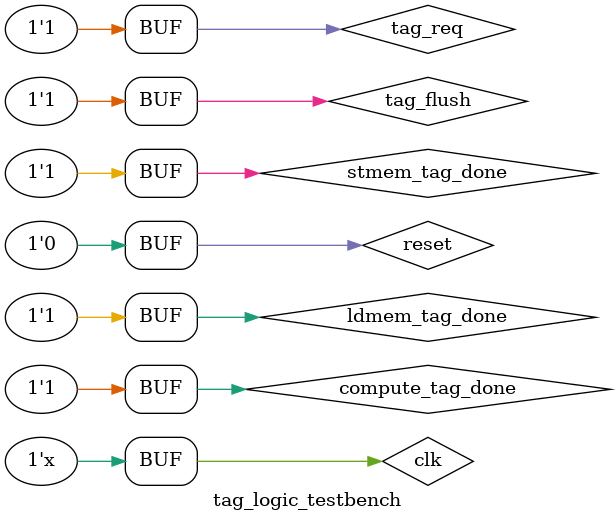
<source format=v>
`timescale 1ns / 1ps


module tag_logic_testbench(

    );
    reg clk=0,reset=0,tag_req=0,compute_tag_done=0,ldmem_tag_done=0,stmem_tag_done=0;

    wire tag_reuse;
    wire tag_bias_prev_sw;
    wire tag_ddr_pe_sw;
    reg tag_flush;
    
    wire tag_ready;//output
    wire tag_done;//output
    wire next_compute_tag;//output
    wire compute_bias_prev_sw;//output
    wire compute_tag_ready;//output
    wire ldmem_tag_ready;//output
    wire stmem_ddr_pe_sw;//output
    wire stmem_tag_ready;//output
    
    tag_logic#(1) tl_inst(clk,reset,tag_req,tag_reuse,tag_bias_prev_sw,tag_ddr_pe_sw,tag_ready,tag_done,tag_flush,compute_tag_done,
        next_compute_tag,compute_bias_prev_sw,compute_tag_ready,ldmem_tag_done,ldmem_tag_ready,stmem_tag_done,stmem_ddr_pe_sw,stmem_tag_ready);
        
    always#50 clk=~clk;
    
    initial begin
        reset<=1;
        #150;
        reset<=0;
        tag_req<=1;
        compute_tag_done <=1;
        #100;
        ldmem_tag_done<=1;
        #100;
        
        #100;
        tag_flush <=1;
        #100;
        stmem_tag_done <=1;
    end
endmodule

</source>
